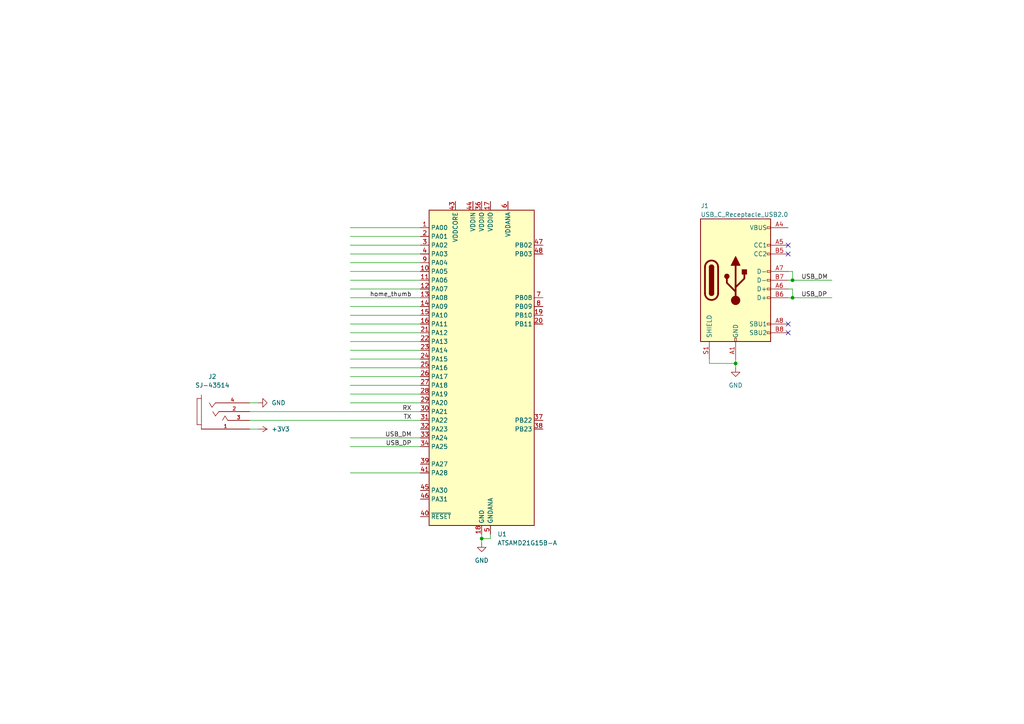
<source format=kicad_sch>
(kicad_sch (version 20211123) (generator eeschema)

  (uuid 9538e4ed-27e6-4c37-b989-9859dc0d49e8)

  (paper "A4")

  (lib_symbols
    (symbol "Connector:USB_C_Receptacle_USB2.0" (pin_names (offset 1.016)) (in_bom yes) (on_board yes)
      (property "Reference" "J" (id 0) (at -10.16 19.05 0)
        (effects (font (size 1.27 1.27)) (justify left))
      )
      (property "Value" "USB_C_Receptacle_USB2.0" (id 1) (at 19.05 19.05 0)
        (effects (font (size 1.27 1.27)) (justify right))
      )
      (property "Footprint" "" (id 2) (at 3.81 0 0)
        (effects (font (size 1.27 1.27)) hide)
      )
      (property "Datasheet" "https://www.usb.org/sites/default/files/documents/usb_type-c.zip" (id 3) (at 3.81 0 0)
        (effects (font (size 1.27 1.27)) hide)
      )
      (property "ki_keywords" "usb universal serial bus type-C USB2.0" (id 4) (at 0 0 0)
        (effects (font (size 1.27 1.27)) hide)
      )
      (property "ki_description" "USB 2.0-only Type-C Receptacle connector" (id 5) (at 0 0 0)
        (effects (font (size 1.27 1.27)) hide)
      )
      (property "ki_fp_filters" "USB*C*Receptacle*" (id 6) (at 0 0 0)
        (effects (font (size 1.27 1.27)) hide)
      )
      (symbol "USB_C_Receptacle_USB2.0_0_0"
        (rectangle (start -0.254 -17.78) (end 0.254 -16.764)
          (stroke (width 0) (type default) (color 0 0 0 0))
          (fill (type none))
        )
        (rectangle (start 10.16 -14.986) (end 9.144 -15.494)
          (stroke (width 0) (type default) (color 0 0 0 0))
          (fill (type none))
        )
        (rectangle (start 10.16 -12.446) (end 9.144 -12.954)
          (stroke (width 0) (type default) (color 0 0 0 0))
          (fill (type none))
        )
        (rectangle (start 10.16 -4.826) (end 9.144 -5.334)
          (stroke (width 0) (type default) (color 0 0 0 0))
          (fill (type none))
        )
        (rectangle (start 10.16 -2.286) (end 9.144 -2.794)
          (stroke (width 0) (type default) (color 0 0 0 0))
          (fill (type none))
        )
        (rectangle (start 10.16 0.254) (end 9.144 -0.254)
          (stroke (width 0) (type default) (color 0 0 0 0))
          (fill (type none))
        )
        (rectangle (start 10.16 2.794) (end 9.144 2.286)
          (stroke (width 0) (type default) (color 0 0 0 0))
          (fill (type none))
        )
        (rectangle (start 10.16 7.874) (end 9.144 7.366)
          (stroke (width 0) (type default) (color 0 0 0 0))
          (fill (type none))
        )
        (rectangle (start 10.16 10.414) (end 9.144 9.906)
          (stroke (width 0) (type default) (color 0 0 0 0))
          (fill (type none))
        )
        (rectangle (start 10.16 15.494) (end 9.144 14.986)
          (stroke (width 0) (type default) (color 0 0 0 0))
          (fill (type none))
        )
      )
      (symbol "USB_C_Receptacle_USB2.0_0_1"
        (rectangle (start -10.16 17.78) (end 10.16 -17.78)
          (stroke (width 0.254) (type default) (color 0 0 0 0))
          (fill (type background))
        )
        (arc (start -8.89 -3.81) (mid -6.985 -5.715) (end -5.08 -3.81)
          (stroke (width 0.508) (type default) (color 0 0 0 0))
          (fill (type none))
        )
        (arc (start -7.62 -3.81) (mid -6.985 -4.445) (end -6.35 -3.81)
          (stroke (width 0.254) (type default) (color 0 0 0 0))
          (fill (type none))
        )
        (arc (start -7.62 -3.81) (mid -6.985 -4.445) (end -6.35 -3.81)
          (stroke (width 0.254) (type default) (color 0 0 0 0))
          (fill (type outline))
        )
        (rectangle (start -7.62 -3.81) (end -6.35 3.81)
          (stroke (width 0.254) (type default) (color 0 0 0 0))
          (fill (type outline))
        )
        (arc (start -6.35 3.81) (mid -6.985 4.445) (end -7.62 3.81)
          (stroke (width 0.254) (type default) (color 0 0 0 0))
          (fill (type none))
        )
        (arc (start -6.35 3.81) (mid -6.985 4.445) (end -7.62 3.81)
          (stroke (width 0.254) (type default) (color 0 0 0 0))
          (fill (type outline))
        )
        (arc (start -5.08 3.81) (mid -6.985 5.715) (end -8.89 3.81)
          (stroke (width 0.508) (type default) (color 0 0 0 0))
          (fill (type none))
        )
        (circle (center -2.54 1.143) (radius 0.635)
          (stroke (width 0.254) (type default) (color 0 0 0 0))
          (fill (type outline))
        )
        (circle (center 0 -5.842) (radius 1.27)
          (stroke (width 0) (type default) (color 0 0 0 0))
          (fill (type outline))
        )
        (polyline
          (pts
            (xy -8.89 -3.81)
            (xy -8.89 3.81)
          )
          (stroke (width 0.508) (type default) (color 0 0 0 0))
          (fill (type none))
        )
        (polyline
          (pts
            (xy -5.08 3.81)
            (xy -5.08 -3.81)
          )
          (stroke (width 0.508) (type default) (color 0 0 0 0))
          (fill (type none))
        )
        (polyline
          (pts
            (xy 0 -5.842)
            (xy 0 4.318)
          )
          (stroke (width 0.508) (type default) (color 0 0 0 0))
          (fill (type none))
        )
        (polyline
          (pts
            (xy 0 -3.302)
            (xy -2.54 -0.762)
            (xy -2.54 0.508)
          )
          (stroke (width 0.508) (type default) (color 0 0 0 0))
          (fill (type none))
        )
        (polyline
          (pts
            (xy 0 -2.032)
            (xy 2.54 0.508)
            (xy 2.54 1.778)
          )
          (stroke (width 0.508) (type default) (color 0 0 0 0))
          (fill (type none))
        )
        (polyline
          (pts
            (xy -1.27 4.318)
            (xy 0 6.858)
            (xy 1.27 4.318)
            (xy -1.27 4.318)
          )
          (stroke (width 0.254) (type default) (color 0 0 0 0))
          (fill (type outline))
        )
        (rectangle (start 1.905 1.778) (end 3.175 3.048)
          (stroke (width 0.254) (type default) (color 0 0 0 0))
          (fill (type outline))
        )
      )
      (symbol "USB_C_Receptacle_USB2.0_1_1"
        (pin passive line (at 0 -22.86 90) (length 5.08)
          (name "GND" (effects (font (size 1.27 1.27))))
          (number "A1" (effects (font (size 1.27 1.27))))
        )
        (pin passive line (at 0 -22.86 90) (length 5.08) hide
          (name "GND" (effects (font (size 1.27 1.27))))
          (number "A12" (effects (font (size 1.27 1.27))))
        )
        (pin passive line (at 15.24 15.24 180) (length 5.08)
          (name "VBUS" (effects (font (size 1.27 1.27))))
          (number "A4" (effects (font (size 1.27 1.27))))
        )
        (pin bidirectional line (at 15.24 10.16 180) (length 5.08)
          (name "CC1" (effects (font (size 1.27 1.27))))
          (number "A5" (effects (font (size 1.27 1.27))))
        )
        (pin bidirectional line (at 15.24 -2.54 180) (length 5.08)
          (name "D+" (effects (font (size 1.27 1.27))))
          (number "A6" (effects (font (size 1.27 1.27))))
        )
        (pin bidirectional line (at 15.24 2.54 180) (length 5.08)
          (name "D-" (effects (font (size 1.27 1.27))))
          (number "A7" (effects (font (size 1.27 1.27))))
        )
        (pin bidirectional line (at 15.24 -12.7 180) (length 5.08)
          (name "SBU1" (effects (font (size 1.27 1.27))))
          (number "A8" (effects (font (size 1.27 1.27))))
        )
        (pin passive line (at 15.24 15.24 180) (length 5.08) hide
          (name "VBUS" (effects (font (size 1.27 1.27))))
          (number "A9" (effects (font (size 1.27 1.27))))
        )
        (pin passive line (at 0 -22.86 90) (length 5.08) hide
          (name "GND" (effects (font (size 1.27 1.27))))
          (number "B1" (effects (font (size 1.27 1.27))))
        )
        (pin passive line (at 0 -22.86 90) (length 5.08) hide
          (name "GND" (effects (font (size 1.27 1.27))))
          (number "B12" (effects (font (size 1.27 1.27))))
        )
        (pin passive line (at 15.24 15.24 180) (length 5.08) hide
          (name "VBUS" (effects (font (size 1.27 1.27))))
          (number "B4" (effects (font (size 1.27 1.27))))
        )
        (pin bidirectional line (at 15.24 7.62 180) (length 5.08)
          (name "CC2" (effects (font (size 1.27 1.27))))
          (number "B5" (effects (font (size 1.27 1.27))))
        )
        (pin bidirectional line (at 15.24 -5.08 180) (length 5.08)
          (name "D+" (effects (font (size 1.27 1.27))))
          (number "B6" (effects (font (size 1.27 1.27))))
        )
        (pin bidirectional line (at 15.24 0 180) (length 5.08)
          (name "D-" (effects (font (size 1.27 1.27))))
          (number "B7" (effects (font (size 1.27 1.27))))
        )
        (pin bidirectional line (at 15.24 -15.24 180) (length 5.08)
          (name "SBU2" (effects (font (size 1.27 1.27))))
          (number "B8" (effects (font (size 1.27 1.27))))
        )
        (pin passive line (at 15.24 15.24 180) (length 5.08) hide
          (name "VBUS" (effects (font (size 1.27 1.27))))
          (number "B9" (effects (font (size 1.27 1.27))))
        )
        (pin passive line (at -7.62 -22.86 90) (length 5.08)
          (name "SHIELD" (effects (font (size 1.27 1.27))))
          (number "S1" (effects (font (size 1.27 1.27))))
        )
      )
    )
    (symbol "MCU_Microchip_SAMD:ATSAMD21G15B-A" (in_bom yes) (on_board yes)
      (property "Reference" "U" (id 0) (at -13.97 46.99 0)
        (effects (font (size 1.27 1.27)))
      )
      (property "Value" "ATSAMD21G15B-A" (id 1) (at 16.51 46.99 0)
        (effects (font (size 1.27 1.27)))
      )
      (property "Footprint" "Package_QFP:TQFP-48_7x7mm_P0.5mm" (id 2) (at 22.86 -46.99 0)
        (effects (font (size 1.27 1.27)) hide)
      )
      (property "Datasheet" "http://ww1.microchip.com/downloads/en/DeviceDoc/SAM_D21_DA1_Family_Data%20Sheet_DS40001882E.pdf" (id 3) (at 0 25.4 0)
        (effects (font (size 1.27 1.27)) hide)
      )
      (property "ki_keywords" "32-bit ARM Cortex-M0+ MCU Microcontroller" (id 4) (at 0 0 0)
        (effects (font (size 1.27 1.27)) hide)
      )
      (property "ki_description" "SAM D21 Microchip SMART ARM-based Flash MCU, 48Mhz, 32K Flash w/ 1K RWW, 4K SRAM, TQFP-48" (id 5) (at 0 0 0)
        (effects (font (size 1.27 1.27)) hide)
      )
      (property "ki_fp_filters" "TQFP*7x7mm*P0.5mm*" (id 6) (at 0 0 0)
        (effects (font (size 1.27 1.27)) hide)
      )
      (symbol "ATSAMD21G15B-A_0_1"
        (rectangle (start -15.24 45.72) (end 15.24 -45.72)
          (stroke (width 0.254) (type default) (color 0 0 0 0))
          (fill (type background))
        )
      )
      (symbol "ATSAMD21G15B-A_1_1"
        (pin bidirectional line (at -17.78 40.64 0) (length 2.54)
          (name "PA00" (effects (font (size 1.27 1.27))))
          (number "1" (effects (font (size 1.27 1.27))))
        )
        (pin bidirectional line (at -17.78 27.94 0) (length 2.54)
          (name "PA05" (effects (font (size 1.27 1.27))))
          (number "10" (effects (font (size 1.27 1.27))))
        )
        (pin bidirectional line (at -17.78 25.4 0) (length 2.54)
          (name "PA06" (effects (font (size 1.27 1.27))))
          (number "11" (effects (font (size 1.27 1.27))))
        )
        (pin bidirectional line (at -17.78 22.86 0) (length 2.54)
          (name "PA07" (effects (font (size 1.27 1.27))))
          (number "12" (effects (font (size 1.27 1.27))))
        )
        (pin bidirectional line (at -17.78 20.32 0) (length 2.54)
          (name "PA08" (effects (font (size 1.27 1.27))))
          (number "13" (effects (font (size 1.27 1.27))))
        )
        (pin bidirectional line (at -17.78 17.78 0) (length 2.54)
          (name "PA09" (effects (font (size 1.27 1.27))))
          (number "14" (effects (font (size 1.27 1.27))))
        )
        (pin bidirectional line (at -17.78 15.24 0) (length 2.54)
          (name "PA10" (effects (font (size 1.27 1.27))))
          (number "15" (effects (font (size 1.27 1.27))))
        )
        (pin bidirectional line (at -17.78 12.7 0) (length 2.54)
          (name "PA11" (effects (font (size 1.27 1.27))))
          (number "16" (effects (font (size 1.27 1.27))))
        )
        (pin power_in line (at 2.54 48.26 270) (length 2.54)
          (name "VDDIO" (effects (font (size 1.27 1.27))))
          (number "17" (effects (font (size 1.27 1.27))))
        )
        (pin power_in line (at 0 -48.26 90) (length 2.54)
          (name "GND" (effects (font (size 1.27 1.27))))
          (number "18" (effects (font (size 1.27 1.27))))
        )
        (pin bidirectional line (at 17.78 15.24 180) (length 2.54)
          (name "PB10" (effects (font (size 1.27 1.27))))
          (number "19" (effects (font (size 1.27 1.27))))
        )
        (pin bidirectional line (at -17.78 38.1 0) (length 2.54)
          (name "PA01" (effects (font (size 1.27 1.27))))
          (number "2" (effects (font (size 1.27 1.27))))
        )
        (pin bidirectional line (at 17.78 12.7 180) (length 2.54)
          (name "PB11" (effects (font (size 1.27 1.27))))
          (number "20" (effects (font (size 1.27 1.27))))
        )
        (pin bidirectional line (at -17.78 10.16 0) (length 2.54)
          (name "PA12" (effects (font (size 1.27 1.27))))
          (number "21" (effects (font (size 1.27 1.27))))
        )
        (pin bidirectional line (at -17.78 7.62 0) (length 2.54)
          (name "PA13" (effects (font (size 1.27 1.27))))
          (number "22" (effects (font (size 1.27 1.27))))
        )
        (pin bidirectional line (at -17.78 5.08 0) (length 2.54)
          (name "PA14" (effects (font (size 1.27 1.27))))
          (number "23" (effects (font (size 1.27 1.27))))
        )
        (pin bidirectional line (at -17.78 2.54 0) (length 2.54)
          (name "PA15" (effects (font (size 1.27 1.27))))
          (number "24" (effects (font (size 1.27 1.27))))
        )
        (pin bidirectional line (at -17.78 0 0) (length 2.54)
          (name "PA16" (effects (font (size 1.27 1.27))))
          (number "25" (effects (font (size 1.27 1.27))))
        )
        (pin bidirectional line (at -17.78 -2.54 0) (length 2.54)
          (name "PA17" (effects (font (size 1.27 1.27))))
          (number "26" (effects (font (size 1.27 1.27))))
        )
        (pin bidirectional line (at -17.78 -5.08 0) (length 2.54)
          (name "PA18" (effects (font (size 1.27 1.27))))
          (number "27" (effects (font (size 1.27 1.27))))
        )
        (pin bidirectional line (at -17.78 -7.62 0) (length 2.54)
          (name "PA19" (effects (font (size 1.27 1.27))))
          (number "28" (effects (font (size 1.27 1.27))))
        )
        (pin bidirectional line (at -17.78 -10.16 0) (length 2.54)
          (name "PA20" (effects (font (size 1.27 1.27))))
          (number "29" (effects (font (size 1.27 1.27))))
        )
        (pin bidirectional line (at -17.78 35.56 0) (length 2.54)
          (name "PA02" (effects (font (size 1.27 1.27))))
          (number "3" (effects (font (size 1.27 1.27))))
        )
        (pin bidirectional line (at -17.78 -12.7 0) (length 2.54)
          (name "PA21" (effects (font (size 1.27 1.27))))
          (number "30" (effects (font (size 1.27 1.27))))
        )
        (pin bidirectional line (at -17.78 -15.24 0) (length 2.54)
          (name "PA22" (effects (font (size 1.27 1.27))))
          (number "31" (effects (font (size 1.27 1.27))))
        )
        (pin bidirectional line (at -17.78 -17.78 0) (length 2.54)
          (name "PA23" (effects (font (size 1.27 1.27))))
          (number "32" (effects (font (size 1.27 1.27))))
        )
        (pin bidirectional line (at -17.78 -20.32 0) (length 2.54)
          (name "PA24" (effects (font (size 1.27 1.27))))
          (number "33" (effects (font (size 1.27 1.27))))
        )
        (pin bidirectional line (at -17.78 -22.86 0) (length 2.54)
          (name "PA25" (effects (font (size 1.27 1.27))))
          (number "34" (effects (font (size 1.27 1.27))))
        )
        (pin passive line (at 0 -48.26 90) (length 2.54) hide
          (name "GND" (effects (font (size 1.27 1.27))))
          (number "35" (effects (font (size 1.27 1.27))))
        )
        (pin power_in line (at 0 48.26 270) (length 2.54)
          (name "VDDIO" (effects (font (size 1.27 1.27))))
          (number "36" (effects (font (size 1.27 1.27))))
        )
        (pin bidirectional line (at 17.78 -15.24 180) (length 2.54)
          (name "PB22" (effects (font (size 1.27 1.27))))
          (number "37" (effects (font (size 1.27 1.27))))
        )
        (pin bidirectional line (at 17.78 -17.78 180) (length 2.54)
          (name "PB23" (effects (font (size 1.27 1.27))))
          (number "38" (effects (font (size 1.27 1.27))))
        )
        (pin bidirectional line (at -17.78 -27.94 0) (length 2.54)
          (name "PA27" (effects (font (size 1.27 1.27))))
          (number "39" (effects (font (size 1.27 1.27))))
        )
        (pin bidirectional line (at -17.78 33.02 0) (length 2.54)
          (name "PA03" (effects (font (size 1.27 1.27))))
          (number "4" (effects (font (size 1.27 1.27))))
        )
        (pin input line (at -17.78 -43.18 0) (length 2.54)
          (name "~{RESET}" (effects (font (size 1.27 1.27))))
          (number "40" (effects (font (size 1.27 1.27))))
        )
        (pin bidirectional line (at -17.78 -30.48 0) (length 2.54)
          (name "PA28" (effects (font (size 1.27 1.27))))
          (number "41" (effects (font (size 1.27 1.27))))
        )
        (pin passive line (at 0 -48.26 90) (length 2.54) hide
          (name "GND" (effects (font (size 1.27 1.27))))
          (number "42" (effects (font (size 1.27 1.27))))
        )
        (pin power_out line (at -7.62 48.26 270) (length 2.54)
          (name "VDDCORE" (effects (font (size 1.27 1.27))))
          (number "43" (effects (font (size 1.27 1.27))))
        )
        (pin power_in line (at -2.54 48.26 270) (length 2.54)
          (name "VDDIN" (effects (font (size 1.27 1.27))))
          (number "44" (effects (font (size 1.27 1.27))))
        )
        (pin bidirectional line (at -17.78 -35.56 0) (length 2.54)
          (name "PA30" (effects (font (size 1.27 1.27))))
          (number "45" (effects (font (size 1.27 1.27))))
        )
        (pin bidirectional line (at -17.78 -38.1 0) (length 2.54)
          (name "PA31" (effects (font (size 1.27 1.27))))
          (number "46" (effects (font (size 1.27 1.27))))
        )
        (pin bidirectional line (at 17.78 35.56 180) (length 2.54)
          (name "PB02" (effects (font (size 1.27 1.27))))
          (number "47" (effects (font (size 1.27 1.27))))
        )
        (pin bidirectional line (at 17.78 33.02 180) (length 2.54)
          (name "PB03" (effects (font (size 1.27 1.27))))
          (number "48" (effects (font (size 1.27 1.27))))
        )
        (pin power_in line (at 2.54 -48.26 90) (length 2.54)
          (name "GNDANA" (effects (font (size 1.27 1.27))))
          (number "5" (effects (font (size 1.27 1.27))))
        )
        (pin power_in line (at 7.62 48.26 270) (length 2.54)
          (name "VDDANA" (effects (font (size 1.27 1.27))))
          (number "6" (effects (font (size 1.27 1.27))))
        )
        (pin bidirectional line (at 17.78 20.32 180) (length 2.54)
          (name "PB08" (effects (font (size 1.27 1.27))))
          (number "7" (effects (font (size 1.27 1.27))))
        )
        (pin bidirectional line (at 17.78 17.78 180) (length 2.54)
          (name "PB09" (effects (font (size 1.27 1.27))))
          (number "8" (effects (font (size 1.27 1.27))))
        )
        (pin bidirectional line (at -17.78 30.48 0) (length 2.54)
          (name "PA04" (effects (font (size 1.27 1.27))))
          (number "9" (effects (font (size 1.27 1.27))))
        )
      )
    )
    (symbol "eec:SJ-43514" (pin_names (offset 0)) (in_bom yes) (on_board yes)
      (property "Reference" "J" (id 0) (at 0 5.08 0)
        (effects (font (size 1.27 1.27)) (justify left))
      )
      (property "Value" "SJ-43514" (id 1) (at 0 7.62 0)
        (effects (font (size 1.27 1.27)) (justify left))
      )
      (property "Footprint" "CUI-SJ-43514-*" (id 2) (at 0 10.16 0)
        (effects (font (size 1.27 1.27)) (justify left) hide)
      )
      (property "Datasheet" "https://upverter.com/datasheet/d56e76d76d7dc19eaf6077959b307d240769da14.pdf" (id 3) (at 0 12.7 0)
        (effects (font (size 1.27 1.27)) (justify left) hide)
      )
      (property "category" "Conn" (id 4) (at 0 15.24 0)
        (effects (font (size 1.27 1.27)) (justify left) hide)
      )
      (property "category 87bb4ab1b7f95c7c" "Audio Cables" (id 5) (at 0 17.78 0)
        (effects (font (size 1.27 1.27)) (justify left) hide)
      )
      (property "category b7007a0a874f6cc7" "Cables and Wire" (id 6) (at 0 20.32 0)
        (effects (font (size 1.27 1.27)) (justify left) hide)
      )
      (property "category fd96309ccde32651" "Cable Assemblies and Patch Cords" (id 7) (at 0 22.86 0)
        (effects (font (size 1.27 1.27)) (justify left) hide)
      )
      (property "digikey description" "CONN JACK 4COND 3.5MM R/A" (id 8) (at 0 25.4 0)
        (effects (font (size 1.27 1.27)) (justify left) hide)
      )
      (property "digikey part number" "CP-43514-ND" (id 9) (at 0 27.94 0)
        (effects (font (size 1.27 1.27)) (justify left) hide)
      )
      (property "lead free" "yes" (id 10) (at 0 30.48 0)
        (effects (font (size 1.27 1.27)) (justify left) hide)
      )
      (property "library id" "912d6c46ddf0da3b" (id 11) (at 0 33.02 0)
        (effects (font (size 1.27 1.27)) (justify left) hide)
      )
      (property "manufacturer" "CUI" (id 12) (at 0 35.56 0)
        (effects (font (size 1.27 1.27)) (justify left) hide)
      )
      (property "mounting type" "through hole" (id 13) (at 0 38.1 0)
        (effects (font (size 1.27 1.27)) (justify left) hide)
      )
      (property "mouser part number" "490-SJ-43514" (id 14) (at 0 40.64 0)
        (effects (font (size 1.27 1.27)) (justify left) hide)
      )
      (property "num pins" "4" (id 15) (at 0 43.18 0)
        (effects (font (size 1.27 1.27)) (justify left) hide)
      )
      (property "octopart part number" "fbbe32b7b48b2479" (id 16) (at 0 45.72 0)
        (effects (font (size 1.27 1.27)) (justify left) hide)
      )
      (property "package" "CONNECTOR" (id 17) (at 0 48.26 0)
        (effects (font (size 1.27 1.27)) (justify left) hide)
      )
      (property "rohs" "yes" (id 18) (at 0 50.8 0)
        (effects (font (size 1.27 1.27)) (justify left) hide)
      )
      (property "temperature range high" "+85°C" (id 19) (at 0 53.34 0)
        (effects (font (size 1.27 1.27)) (justify left) hide)
      )
      (property "temperature range low" "-25°C" (id 20) (at 0 55.88 0)
        (effects (font (size 1.27 1.27)) (justify left) hide)
      )
      (property "voltage" "" (id 21) (at 0 58.42 0)
        (effects (font (size 1.27 1.27)) (justify left) hide)
      )
      (property "color" "Black" (id 22) (at 0 60.96 0)
        (effects (font (size 1.27 1.27)) (justify left) hide)
      )
      (property "gender" "Female" (id 23) (at 0 63.5 0)
        (effects (font (size 1.27 1.27)) (justify left) hide)
      )
      (property "lifecycle status" "Active" (id 24) (at 0 66.04 0)
        (effects (font (size 1.27 1.27)) (justify left) hide)
      )
      (property "mounting angle" "90 °" (id 25) (at 0 68.58 0)
        (effects (font (size 1.27 1.27)) (justify left) hide)
      )
      (property "size diameter" "3.5 mm" (id 26) (at 0 71.12 0)
        (effects (font (size 1.27 1.27)) (justify left) hide)
      )
      (property "ki_locked" "" (id 27) (at 0 0 0)
        (effects (font (size 1.27 1.27)))
      )
      (property "ki_description" "SJ-43514" (id 28) (at 0 0 0)
        (effects (font (size 1.27 1.27)) hide)
      )
      (symbol "SJ-43514_1_1"
        (polyline
          (pts
            (xy -17.78 -6.35)
            (xy -16.51 -6.35)
          )
          (stroke (width 0) (type default) (color 0 0 0 0))
          (fill (type none))
        )
        (polyline
          (pts
            (xy -17.78 1.27)
            (xy -17.78 -6.35)
          )
          (stroke (width 0) (type default) (color 0 0 0 0))
          (fill (type none))
        )
        (polyline
          (pts
            (xy -16.51 1.27)
            (xy -17.78 1.27)
          )
          (stroke (width 0) (type default) (color 0 0 0 0))
          (fill (type none))
        )
        (polyline
          (pts
            (xy -16.51 2.286)
            (xy -16.51 -7.62)
          )
          (stroke (width 0) (type default) (color 0 0 0 0))
          (fill (type none))
        )
        (polyline
          (pts
            (xy -14.224 0)
            (xy -13.462 -1.27)
          )
          (stroke (width 0) (type default) (color 0 0 0 0))
          (fill (type none))
        )
        (polyline
          (pts
            (xy -13.462 -1.27)
            (xy -12.446 0)
          )
          (stroke (width 0) (type default) (color 0 0 0 0))
          (fill (type none))
        )
        (polyline
          (pts
            (xy -12.446 -3.81)
            (xy -13.208 -2.54)
          )
          (stroke (width 0) (type default) (color 0 0 0 0))
          (fill (type none))
        )
        (polyline
          (pts
            (xy -11.43 -2.54)
            (xy -12.446 -3.81)
          )
          (stroke (width 0) (type default) (color 0 0 0 0))
          (fill (type none))
        )
        (polyline
          (pts
            (xy -10.414 -5.08)
            (xy -9.652 -3.81)
          )
          (stroke (width 0) (type default) (color 0 0 0 0))
          (fill (type none))
        )
        (polyline
          (pts
            (xy -9.652 -3.81)
            (xy -8.89 -5.08)
          )
          (stroke (width 0) (type default) (color 0 0 0 0))
          (fill (type none))
        )
        (pin unspecified line (at -2.54 -7.62 180) (length 13.97)
          (name "Sleeve" (effects (font (size 0 0))))
          (number "1" (effects (font (size 1.016 1.016))))
        )
        (pin unspecified line (at -2.54 -2.54 180) (length 8.89)
          (name "Tip" (effects (font (size 0 0))))
          (number "2" (effects (font (size 1.016 1.016))))
        )
        (pin unspecified line (at -2.54 -5.08 180) (length 6.35)
          (name "Ring1" (effects (font (size 0 0))))
          (number "3" (effects (font (size 1.016 1.016))))
        )
        (pin unspecified line (at -2.54 0 180) (length 9.906)
          (name "Ring2" (effects (font (size 0 0))))
          (number "4" (effects (font (size 1.016 1.016))))
        )
      )
    )
    (symbol "power:+3V3" (power) (pin_names (offset 0)) (in_bom yes) (on_board yes)
      (property "Reference" "#PWR" (id 0) (at 0 -3.81 0)
        (effects (font (size 1.27 1.27)) hide)
      )
      (property "Value" "+3V3" (id 1) (at 0 3.556 0)
        (effects (font (size 1.27 1.27)))
      )
      (property "Footprint" "" (id 2) (at 0 0 0)
        (effects (font (size 1.27 1.27)) hide)
      )
      (property "Datasheet" "" (id 3) (at 0 0 0)
        (effects (font (size 1.27 1.27)) hide)
      )
      (property "ki_keywords" "power-flag" (id 4) (at 0 0 0)
        (effects (font (size 1.27 1.27)) hide)
      )
      (property "ki_description" "Power symbol creates a global label with name \"+3V3\"" (id 5) (at 0 0 0)
        (effects (font (size 1.27 1.27)) hide)
      )
      (symbol "+3V3_0_1"
        (polyline
          (pts
            (xy -0.762 1.27)
            (xy 0 2.54)
          )
          (stroke (width 0) (type default) (color 0 0 0 0))
          (fill (type none))
        )
        (polyline
          (pts
            (xy 0 0)
            (xy 0 2.54)
          )
          (stroke (width 0) (type default) (color 0 0 0 0))
          (fill (type none))
        )
        (polyline
          (pts
            (xy 0 2.54)
            (xy 0.762 1.27)
          )
          (stroke (width 0) (type default) (color 0 0 0 0))
          (fill (type none))
        )
      )
      (symbol "+3V3_1_1"
        (pin power_in line (at 0 0 90) (length 0) hide
          (name "+3V3" (effects (font (size 1.27 1.27))))
          (number "1" (effects (font (size 1.27 1.27))))
        )
      )
    )
    (symbol "power:GND" (power) (pin_names (offset 0)) (in_bom yes) (on_board yes)
      (property "Reference" "#PWR" (id 0) (at 0 -6.35 0)
        (effects (font (size 1.27 1.27)) hide)
      )
      (property "Value" "GND" (id 1) (at 0 -3.81 0)
        (effects (font (size 1.27 1.27)))
      )
      (property "Footprint" "" (id 2) (at 0 0 0)
        (effects (font (size 1.27 1.27)) hide)
      )
      (property "Datasheet" "" (id 3) (at 0 0 0)
        (effects (font (size 1.27 1.27)) hide)
      )
      (property "ki_keywords" "power-flag" (id 4) (at 0 0 0)
        (effects (font (size 1.27 1.27)) hide)
      )
      (property "ki_description" "Power symbol creates a global label with name \"GND\" , ground" (id 5) (at 0 0 0)
        (effects (font (size 1.27 1.27)) hide)
      )
      (symbol "GND_0_1"
        (polyline
          (pts
            (xy 0 0)
            (xy 0 -1.27)
            (xy 1.27 -1.27)
            (xy 0 -2.54)
            (xy -1.27 -1.27)
            (xy 0 -1.27)
          )
          (stroke (width 0) (type default) (color 0 0 0 0))
          (fill (type none))
        )
      )
      (symbol "GND_1_1"
        (pin power_in line (at 0 0 270) (length 0) hide
          (name "GND" (effects (font (size 1.27 1.27))))
          (number "1" (effects (font (size 1.27 1.27))))
        )
      )
    )
  )

  (junction (at 139.7 156.21) (diameter 0) (color 0 0 0 0)
    (uuid 02b7b349-66c5-48c5-9dff-d4bd2ab5754e)
  )
  (junction (at 213.36 105.41) (diameter 0) (color 0 0 0 0)
    (uuid 510b530c-179f-46b6-b394-3973f05beeb8)
  )
  (junction (at 229.87 81.28) (diameter 0) (color 0 0 0 0)
    (uuid e3908dcc-3f8b-49da-b3f2-97b30989e112)
  )
  (junction (at 229.87 86.36) (diameter 0) (color 0 0 0 0)
    (uuid f08c425a-47bc-4e30-b15b-1ee7abc73525)
  )

  (no_connect (at 228.6 96.52) (uuid 4bd2c704-d393-48b5-ab40-59852bf76fa3))
  (no_connect (at 228.6 93.98) (uuid 4bd2c704-d393-48b5-ab40-59852bf76fa4))
  (no_connect (at 228.6 73.66) (uuid 4bd2c704-d393-48b5-ab40-59852bf76fa5))
  (no_connect (at 228.6 71.12) (uuid 4bd2c704-d393-48b5-ab40-59852bf76fa6))

  (wire (pts (xy 101.6 68.58) (xy 121.92 68.58))
    (stroke (width 0) (type default) (color 0 0 0 0))
    (uuid 01577f49-9380-424a-92d8-46ecf0d793a2)
  )
  (wire (pts (xy 229.87 83.82) (xy 229.87 86.36))
    (stroke (width 0) (type default) (color 0 0 0 0))
    (uuid 0261e39d-2f0e-470d-ab8f-d2f0938c3445)
  )
  (wire (pts (xy 101.6 99.06) (xy 121.92 99.06))
    (stroke (width 0) (type default) (color 0 0 0 0))
    (uuid 028ab2b6-c75f-4d8a-a0ef-c18fdda91dbd)
  )
  (wire (pts (xy 101.6 78.74) (xy 121.92 78.74))
    (stroke (width 0) (type default) (color 0 0 0 0))
    (uuid 02daa624-04c6-4dee-9bba-d55888b101fe)
  )
  (wire (pts (xy 101.6 83.82) (xy 121.92 83.82))
    (stroke (width 0) (type default) (color 0 0 0 0))
    (uuid 06cffb88-d8e8-4504-a158-e535ebcc63d9)
  )
  (wire (pts (xy 101.6 127) (xy 121.92 127))
    (stroke (width 0) (type default) (color 0 0 0 0))
    (uuid 0736e514-3ee6-40b5-8d77-810456ac9d56)
  )
  (wire (pts (xy 213.36 105.41) (xy 205.74 105.41))
    (stroke (width 0) (type default) (color 0 0 0 0))
    (uuid 14d76645-7028-437e-a0a7-52341c5b26c9)
  )
  (wire (pts (xy 101.6 86.36) (xy 121.92 86.36))
    (stroke (width 0) (type default) (color 0 0 0 0))
    (uuid 17cf5547-5d0e-4ded-ad49-3d167d7f56e0)
  )
  (wire (pts (xy 229.87 78.74) (xy 229.87 81.28))
    (stroke (width 0) (type default) (color 0 0 0 0))
    (uuid 27fd0264-a339-4eae-aceb-15f76538e2ce)
  )
  (wire (pts (xy 101.6 81.28) (xy 121.92 81.28))
    (stroke (width 0) (type default) (color 0 0 0 0))
    (uuid 29e8aabd-f010-42ac-a76f-1813717d1bd2)
  )
  (wire (pts (xy 101.6 73.66) (xy 121.92 73.66))
    (stroke (width 0) (type default) (color 0 0 0 0))
    (uuid 2ac6c1cf-6e96-4145-9e24-e5a4d033001d)
  )
  (wire (pts (xy 205.74 105.41) (xy 205.74 104.14))
    (stroke (width 0) (type default) (color 0 0 0 0))
    (uuid 2ba12e48-5998-4042-8014-8b69aadc58f5)
  )
  (wire (pts (xy 101.6 88.9) (xy 121.92 88.9))
    (stroke (width 0) (type default) (color 0 0 0 0))
    (uuid 2e1f478b-10e1-47e2-83d3-41d51beebecc)
  )
  (wire (pts (xy 101.6 106.68) (xy 121.92 106.68))
    (stroke (width 0) (type default) (color 0 0 0 0))
    (uuid 3ecd5e71-045c-45dd-959d-3e97c8e33089)
  )
  (wire (pts (xy 72.39 121.92) (xy 121.92 121.92))
    (stroke (width 0) (type default) (color 0 0 0 0))
    (uuid 43cfb8fd-8455-45c8-8b72-d7070ac63b03)
  )
  (wire (pts (xy 101.6 96.52) (xy 121.92 96.52))
    (stroke (width 0) (type default) (color 0 0 0 0))
    (uuid 44826a5e-f8c7-4a28-91f8-bc9832d6d1a3)
  )
  (wire (pts (xy 142.24 154.94) (xy 142.24 156.21))
    (stroke (width 0) (type default) (color 0 0 0 0))
    (uuid 4fdb285e-eeb6-4771-90b6-c7689b4ef4bc)
  )
  (wire (pts (xy 101.6 66.04) (xy 121.92 66.04))
    (stroke (width 0) (type default) (color 0 0 0 0))
    (uuid 579ce73e-9f61-489d-a4bb-eca97da37d87)
  )
  (wire (pts (xy 213.36 104.14) (xy 213.36 105.41))
    (stroke (width 0) (type default) (color 0 0 0 0))
    (uuid 5c45aa98-9c52-4317-8abd-edc632ffec6c)
  )
  (wire (pts (xy 228.6 78.74) (xy 229.87 78.74))
    (stroke (width 0) (type default) (color 0 0 0 0))
    (uuid 5f6636ed-9d5a-4480-afdf-2507de5cb1e9)
  )
  (wire (pts (xy 228.6 86.36) (xy 229.87 86.36))
    (stroke (width 0) (type default) (color 0 0 0 0))
    (uuid 6130e912-9b3b-4781-8022-923f0189e83b)
  )
  (wire (pts (xy 229.87 86.36) (xy 241.3 86.36))
    (stroke (width 0) (type default) (color 0 0 0 0))
    (uuid 671e7807-4841-4a95-b082-6a846a59962d)
  )
  (wire (pts (xy 101.6 104.14) (xy 121.92 104.14))
    (stroke (width 0) (type default) (color 0 0 0 0))
    (uuid 67696688-aeb4-4c05-bfdd-17ff57e0fa8a)
  )
  (wire (pts (xy 101.6 137.16) (xy 121.92 137.16))
    (stroke (width 0) (type default) (color 0 0 0 0))
    (uuid 68228e3a-f99c-4117-860d-ecaf773e582f)
  )
  (wire (pts (xy 101.6 114.3) (xy 121.92 114.3))
    (stroke (width 0) (type default) (color 0 0 0 0))
    (uuid 6ac1247c-3cdb-49fc-9243-8937645c77bf)
  )
  (wire (pts (xy 229.87 81.28) (xy 241.3 81.28))
    (stroke (width 0) (type default) (color 0 0 0 0))
    (uuid 746d9480-cc8a-4cbb-9fff-a74282e77e06)
  )
  (wire (pts (xy 139.7 154.94) (xy 139.7 156.21))
    (stroke (width 0) (type default) (color 0 0 0 0))
    (uuid 770267bd-6b08-4ce9-9859-255364603a92)
  )
  (wire (pts (xy 101.6 101.6) (xy 121.92 101.6))
    (stroke (width 0) (type default) (color 0 0 0 0))
    (uuid 88fc68b9-a2a7-4813-933b-3a5fa3fd7c66)
  )
  (wire (pts (xy 101.6 91.44) (xy 121.92 91.44))
    (stroke (width 0) (type default) (color 0 0 0 0))
    (uuid 9706c52b-d62a-4513-a9c3-c81b8b7b6f96)
  )
  (wire (pts (xy 72.39 124.46) (xy 74.93 124.46))
    (stroke (width 0) (type default) (color 0 0 0 0))
    (uuid 97258f25-ddbf-442d-9d8f-9bf2174c9371)
  )
  (wire (pts (xy 72.39 116.84) (xy 74.93 116.84))
    (stroke (width 0) (type default) (color 0 0 0 0))
    (uuid 99beec15-4d21-4f3c-ab61-91f24054ccd6)
  )
  (wire (pts (xy 101.6 71.12) (xy 121.92 71.12))
    (stroke (width 0) (type default) (color 0 0 0 0))
    (uuid 9f6ac96e-cad3-4610-963e-ea794c8c1a33)
  )
  (wire (pts (xy 228.6 81.28) (xy 229.87 81.28))
    (stroke (width 0) (type default) (color 0 0 0 0))
    (uuid 9fc83a26-5c42-498f-9a6a-11a2b511d7c9)
  )
  (wire (pts (xy 101.6 111.76) (xy 121.92 111.76))
    (stroke (width 0) (type default) (color 0 0 0 0))
    (uuid a0c988da-f71e-4856-a0c0-9b616ec7d814)
  )
  (wire (pts (xy 101.6 109.22) (xy 121.92 109.22))
    (stroke (width 0) (type default) (color 0 0 0 0))
    (uuid b37e53e6-881a-471f-9dd1-0c0512e2d41e)
  )
  (wire (pts (xy 72.39 119.38) (xy 121.92 119.38))
    (stroke (width 0) (type default) (color 0 0 0 0))
    (uuid ba79b74c-45ee-4689-8cd3-fa8c4d26b08f)
  )
  (wire (pts (xy 213.36 105.41) (xy 213.36 106.68))
    (stroke (width 0) (type default) (color 0 0 0 0))
    (uuid c0ea59d1-ba08-4f36-9901-7842bf66bb46)
  )
  (wire (pts (xy 101.6 76.2) (xy 121.92 76.2))
    (stroke (width 0) (type default) (color 0 0 0 0))
    (uuid c426240f-5803-4d46-85d9-bd5fb2aea293)
  )
  (wire (pts (xy 228.6 83.82) (xy 229.87 83.82))
    (stroke (width 0) (type default) (color 0 0 0 0))
    (uuid e11f9110-ac92-45e8-9763-6a8ef6ad5de2)
  )
  (wire (pts (xy 101.6 129.54) (xy 121.92 129.54))
    (stroke (width 0) (type default) (color 0 0 0 0))
    (uuid e484f0cd-fc1e-4257-b636-3e9516737ed7)
  )
  (wire (pts (xy 101.6 116.84) (xy 121.92 116.84))
    (stroke (width 0) (type default) (color 0 0 0 0))
    (uuid e53f76ec-84c1-41d1-9a71-60ef9bee1457)
  )
  (wire (pts (xy 139.7 156.21) (xy 142.24 156.21))
    (stroke (width 0) (type default) (color 0 0 0 0))
    (uuid f102e821-7127-4fff-ac26-eb6d03ccdf05)
  )
  (wire (pts (xy 101.6 93.98) (xy 121.92 93.98))
    (stroke (width 0) (type default) (color 0 0 0 0))
    (uuid fe96dd37-5a0e-4320-8cc8-d9c060e17dfd)
  )
  (wire (pts (xy 139.7 156.21) (xy 139.7 157.48))
    (stroke (width 0) (type default) (color 0 0 0 0))
    (uuid ff2b007a-1051-433e-89e1-2c6a6ce772b7)
  )

  (label "USB_DP" (at 119.3899 129.54 180)
    (effects (font (size 1.27 1.27)) (justify right bottom))
    (uuid 34f2a630-0948-4c98-817f-c76950676ecc)
  )
  (label "USB_DM" (at 119.3899 127 180)
    (effects (font (size 1.27 1.27)) (justify right bottom))
    (uuid 4f696190-4dd5-4abf-882f-9fc22ce21a7b)
  )
  (label "home_thumb" (at 119.38 86.36 180)
    (effects (font (size 1.27 1.27)) (justify right bottom))
    (uuid 5d3fe904-ae4f-4c3e-bc37-923e512c6c25)
  )
  (label "TX" (at 119.38 121.92 180)
    (effects (font (size 1.27 1.27)) (justify right bottom))
    (uuid 7ccba34f-4bcd-4aaf-a5ff-8608b3ef7a07)
  )
  (label "USB_DP" (at 232.41 86.36 0)
    (effects (font (size 1.27 1.27)) (justify left bottom))
    (uuid 8f5b5c4e-fc5a-4a31-92f4-e1b1aa3f4cf8)
  )
  (label "USB_DM" (at 232.41 81.28 0)
    (effects (font (size 1.27 1.27)) (justify left bottom))
    (uuid 9d70cbde-533f-497a-b32b-da1f74077f92)
  )
  (label "RX" (at 119.38 119.38 180)
    (effects (font (size 1.27 1.27)) (justify right bottom))
    (uuid fe65e801-0db8-4054-9759-1f6e95777636)
  )

  (symbol (lib_id "power:GND") (at 213.36 106.68 0) (unit 1)
    (in_bom yes) (on_board yes) (fields_autoplaced)
    (uuid 1e8fa04d-f88f-4e1d-b30b-1f58c5d366f8)
    (property "Reference" "#PWR0102" (id 0) (at 213.36 113.03 0)
      (effects (font (size 1.27 1.27)) hide)
    )
    (property "Value" "GND" (id 1) (at 213.36 111.76 0))
    (property "Footprint" "" (id 2) (at 213.36 106.68 0)
      (effects (font (size 1.27 1.27)) hide)
    )
    (property "Datasheet" "" (id 3) (at 213.36 106.68 0)
      (effects (font (size 1.27 1.27)) hide)
    )
    (pin "1" (uuid c2a9e1bb-0f9c-4b13-9b30-9e3c0bb14e22))
  )

  (symbol (lib_id "eec:SJ-43514") (at 74.93 116.84 0) (unit 1)
    (in_bom yes) (on_board yes) (fields_autoplaced)
    (uuid 3690ba7d-48b5-4827-9874-77d71d72d486)
    (property "Reference" "J2" (id 0) (at 61.595 109.22 0))
    (property "Value" "SJ-43514" (id 1) (at 61.595 111.76 0))
    (property "Footprint" "Conn_CUI_SJ-4351:CUI-SJ-43514-0" (id 2) (at 74.93 106.68 0)
      (effects (font (size 1.27 1.27)) (justify left) hide)
    )
    (property "Datasheet" "https://upverter.com/datasheet/d56e76d76d7dc19eaf6077959b307d240769da14.pdf" (id 3) (at 74.93 104.14 0)
      (effects (font (size 1.27 1.27)) (justify left) hide)
    )
    (property "category" "Conn" (id 4) (at 74.93 101.6 0)
      (effects (font (size 1.27 1.27)) (justify left) hide)
    )
    (property "category 87bb4ab1b7f95c7c" "Audio Cables" (id 5) (at 74.93 99.06 0)
      (effects (font (size 1.27 1.27)) (justify left) hide)
    )
    (property "category b7007a0a874f6cc7" "Cables and Wire" (id 6) (at 74.93 96.52 0)
      (effects (font (size 1.27 1.27)) (justify left) hide)
    )
    (property "category fd96309ccde32651" "Cable Assemblies and Patch Cords" (id 7) (at 74.93 93.98 0)
      (effects (font (size 1.27 1.27)) (justify left) hide)
    )
    (property "digikey description" "CONN JACK 4COND 3.5MM R/A" (id 8) (at 74.93 91.44 0)
      (effects (font (size 1.27 1.27)) (justify left) hide)
    )
    (property "digikey part number" "CP-43514-ND" (id 9) (at 74.93 88.9 0)
      (effects (font (size 1.27 1.27)) (justify left) hide)
    )
    (property "lead free" "yes" (id 10) (at 74.93 86.36 0)
      (effects (font (size 1.27 1.27)) (justify left) hide)
    )
    (property "library id" "912d6c46ddf0da3b" (id 11) (at 74.93 83.82 0)
      (effects (font (size 1.27 1.27)) (justify left) hide)
    )
    (property "manufacturer" "CUI" (id 12) (at 74.93 81.28 0)
      (effects (font (size 1.27 1.27)) (justify left) hide)
    )
    (property "mounting type" "through hole" (id 13) (at 74.93 78.74 0)
      (effects (font (size 1.27 1.27)) (justify left) hide)
    )
    (property "mouser part number" "490-SJ-43514" (id 14) (at 74.93 76.2 0)
      (effects (font (size 1.27 1.27)) (justify left) hide)
    )
    (property "num pins" "4" (id 15) (at 74.93 73.66 0)
      (effects (font (size 1.27 1.27)) (justify left) hide)
    )
    (property "octopart part number" "fbbe32b7b48b2479" (id 16) (at 74.93 71.12 0)
      (effects (font (size 1.27 1.27)) (justify left) hide)
    )
    (property "package" "CONNECTOR" (id 17) (at 74.93 68.58 0)
      (effects (font (size 1.27 1.27)) (justify left) hide)
    )
    (property "rohs" "yes" (id 18) (at 74.93 66.04 0)
      (effects (font (size 1.27 1.27)) (justify left) hide)
    )
    (property "temperature range high" "+85°C" (id 19) (at 74.93 63.5 0)
      (effects (font (size 1.27 1.27)) (justify left) hide)
    )
    (property "temperature range low" "-25°C" (id 20) (at 74.93 60.96 0)
      (effects (font (size 1.27 1.27)) (justify left) hide)
    )
    (property "voltage" "" (id 21) (at 74.93 58.42 0)
      (effects (font (size 1.27 1.27)) (justify left) hide)
    )
    (property "color" "Black" (id 22) (at 74.93 55.88 0)
      (effects (font (size 1.27 1.27)) (justify left) hide)
    )
    (property "gender" "Female" (id 23) (at 74.93 53.34 0)
      (effects (font (size 1.27 1.27)) (justify left) hide)
    )
    (property "lifecycle status" "Active" (id 24) (at 74.93 50.8 0)
      (effects (font (size 1.27 1.27)) (justify left) hide)
    )
    (property "mounting angle" "90 °" (id 25) (at 74.93 48.26 0)
      (effects (font (size 1.27 1.27)) (justify left) hide)
    )
    (property "size diameter" "3.5 mm" (id 26) (at 74.93 45.72 0)
      (effects (font (size 1.27 1.27)) (justify left) hide)
    )
    (pin "1" (uuid 42fa7dbe-98f8-433b-9144-583abc2144fb))
    (pin "2" (uuid e643c4f9-84ab-4879-bd1c-b20dd9ccbaf3))
    (pin "3" (uuid 5e850b96-faa4-4503-9fd4-afb53747cb2e))
    (pin "4" (uuid b624c76d-8b14-4c1f-b0d8-b6c8cc356d4c))
  )

  (symbol (lib_id "power:GND") (at 139.7 157.48 0) (unit 1)
    (in_bom yes) (on_board yes) (fields_autoplaced)
    (uuid 719bf2e0-5e5d-4c1c-a2a4-f786f1849e85)
    (property "Reference" "#PWR0101" (id 0) (at 139.7 163.83 0)
      (effects (font (size 1.27 1.27)) hide)
    )
    (property "Value" "GND" (id 1) (at 139.7 162.56 0))
    (property "Footprint" "" (id 2) (at 139.7 157.48 0)
      (effects (font (size 1.27 1.27)) hide)
    )
    (property "Datasheet" "" (id 3) (at 139.7 157.48 0)
      (effects (font (size 1.27 1.27)) hide)
    )
    (pin "1" (uuid e23187f9-dcd6-499f-90d3-0eec00b87622))
  )

  (symbol (lib_id "power:+3V3") (at 74.93 124.46 270) (unit 1)
    (in_bom yes) (on_board yes) (fields_autoplaced)
    (uuid 8176fbe1-a3bb-4326-968b-fcc9e04e8958)
    (property "Reference" "#PWR02" (id 0) (at 71.12 124.46 0)
      (effects (font (size 1.27 1.27)) hide)
    )
    (property "Value" "+3V3" (id 1) (at 78.74 124.4599 90)
      (effects (font (size 1.27 1.27)) (justify left))
    )
    (property "Footprint" "" (id 2) (at 74.93 124.46 0)
      (effects (font (size 1.27 1.27)) hide)
    )
    (property "Datasheet" "" (id 3) (at 74.93 124.46 0)
      (effects (font (size 1.27 1.27)) hide)
    )
    (pin "1" (uuid 6b045387-6c07-4a1e-a0b4-fc637da087a1))
  )

  (symbol (lib_id "Connector:USB_C_Receptacle_USB2.0") (at 213.36 81.28 0) (unit 1)
    (in_bom yes) (on_board yes)
    (uuid 8b451724-53d3-46ca-b6b0-211db936e827)
    (property "Reference" "J1" (id 0) (at 203.2 59.69 0)
      (effects (font (size 1.27 1.27)) (justify left))
    )
    (property "Value" "USB_C_Receptacle_USB2.0" (id 1) (at 203.2 62.23 0)
      (effects (font (size 1.27 1.27)) (justify left))
    )
    (property "Footprint" "Connector_USB:USB_C_Receptacle_JAE_DX07S016JA1R1500" (id 2) (at 217.17 81.28 0)
      (effects (font (size 1.27 1.27)) hide)
    )
    (property "Datasheet" "https://www.usb.org/sites/default/files/documents/usb_type-c.zip" (id 3) (at 217.17 81.28 0)
      (effects (font (size 1.27 1.27)) hide)
    )
    (pin "A1" (uuid efe78d38-67f7-4515-aa8e-96595c7d90d2))
    (pin "A12" (uuid bb8bef3f-b8cf-43a7-af31-3ae20ef35de9))
    (pin "A4" (uuid 8b466e17-85fd-442b-be1c-fb01ad0ac563))
    (pin "A5" (uuid 4b107356-2dc0-4d14-8ddd-d88b302b9dbf))
    (pin "A6" (uuid f8f0caee-6022-4da0-b2b0-e572949823fa))
    (pin "A7" (uuid 3cf3c4bc-1630-4074-b549-936ae1af73c2))
    (pin "A8" (uuid 4f90f2a9-2fa5-473c-8029-db6e8f2d1090))
    (pin "A9" (uuid 8fc9abc5-ee15-4684-acba-3b4232394231))
    (pin "B1" (uuid 8842dde8-13de-44d9-b2e2-e71658c3a0c2))
    (pin "B12" (uuid 3b02a0a1-b8c6-4d6e-a74f-cc3f7c27cebb))
    (pin "B4" (uuid 74047e10-99c9-4e8a-9d5a-905e76756d88))
    (pin "B5" (uuid b7b01be7-7b54-4898-9502-423f5594154c))
    (pin "B6" (uuid 33068240-8bfc-478d-b510-24950e7d107d))
    (pin "B7" (uuid 0952477c-35d8-4445-9532-04e2e45bdffa))
    (pin "B8" (uuid 37830f51-20a5-4832-8567-ca1d894501fc))
    (pin "B9" (uuid a3822d65-9e22-4000-91e9-3bcffff16b66))
    (pin "S1" (uuid 69522995-ff38-40b0-9e11-2cdec0e23eef))
  )

  (symbol (lib_id "power:GND") (at 74.93 116.84 90) (unit 1)
    (in_bom yes) (on_board yes) (fields_autoplaced)
    (uuid 9945c3da-adae-4a50-9e4c-34f27a201678)
    (property "Reference" "#PWR01" (id 0) (at 81.28 116.84 0)
      (effects (font (size 1.27 1.27)) hide)
    )
    (property "Value" "GND" (id 1) (at 78.74 116.8399 90)
      (effects (font (size 1.27 1.27)) (justify right))
    )
    (property "Footprint" "" (id 2) (at 74.93 116.84 0)
      (effects (font (size 1.27 1.27)) hide)
    )
    (property "Datasheet" "" (id 3) (at 74.93 116.84 0)
      (effects (font (size 1.27 1.27)) hide)
    )
    (pin "1" (uuid 24132d1f-7eac-4d42-9f12-4a3b0375e67e))
  )

  (symbol (lib_id "MCU_Microchip_SAMD:ATSAMD21G15B-A") (at 139.7 106.68 0) (unit 1)
    (in_bom yes) (on_board yes) (fields_autoplaced)
    (uuid d02b7a4e-6558-4c73-8438-fb69618b94b4)
    (property "Reference" "U1" (id 0) (at 144.2594 154.94 0)
      (effects (font (size 1.27 1.27)) (justify left))
    )
    (property "Value" "ATSAMD21G15B-A" (id 1) (at 144.2594 157.48 0)
      (effects (font (size 1.27 1.27)) (justify left))
    )
    (property "Footprint" "Package_QFP:TQFP-48_7x7mm_P0.5mm" (id 2) (at 162.56 153.67 0)
      (effects (font (size 1.27 1.27)) hide)
    )
    (property "Datasheet" "http://ww1.microchip.com/downloads/en/DeviceDoc/SAM_D21_DA1_Family_Data%20Sheet_DS40001882E.pdf" (id 3) (at 139.7 81.28 0)
      (effects (font (size 1.27 1.27)) hide)
    )
    (pin "1" (uuid 084c401a-8ae7-4181-852b-38a9286209e1))
    (pin "10" (uuid e76239b3-e21e-4fc5-b616-4fb713cd0f2e))
    (pin "11" (uuid 9f096954-a7e8-4eed-bd10-db5f59741e8c))
    (pin "12" (uuid f5860a47-34be-4c5a-b600-d3cbe8489145))
    (pin "13" (uuid 63db694c-c243-4217-88ad-14c1ee3cc1d1))
    (pin "14" (uuid 036b2b33-c9fd-4468-803f-fa3eb1b2e9de))
    (pin "15" (uuid f3a3179e-d1e8-45f8-8554-abd7980e321d))
    (pin "16" (uuid 0a933192-c2d3-4067-a2e8-9cd7c349fbb9))
    (pin "17" (uuid b167576c-c013-4f2a-a5e0-893e86a073e7))
    (pin "18" (uuid e6878206-491f-45fa-bfe3-38b4d90643d8))
    (pin "19" (uuid c4dcec89-5d1c-4cad-98f0-3b9557615dbc))
    (pin "2" (uuid 5cc4c51a-7451-4d05-a080-e732432e083e))
    (pin "20" (uuid 358cefe1-0a41-451c-aa73-8ce80723bb79))
    (pin "21" (uuid 4dbf41a6-730b-414a-b268-49f8bcf768c0))
    (pin "22" (uuid bf25cf3f-1e78-4fd5-a63a-705608d6ffac))
    (pin "23" (uuid 49d42768-8281-4886-8b16-3b1e6f88e52a))
    (pin "24" (uuid db9789e0-8a96-44a9-b040-6a3264234a34))
    (pin "25" (uuid 4d2314ae-1c96-4ae4-8f73-44f4816b4155))
    (pin "26" (uuid e434c601-9efc-468a-8bca-f845bf7229a5))
    (pin "27" (uuid 51ccba50-b8fc-4333-88fb-93d22245c985))
    (pin "28" (uuid f6b2644b-6f42-458e-b7ae-d4eae23d22ef))
    (pin "29" (uuid 453779c2-cde7-499c-ae0b-119625d90ab0))
    (pin "3" (uuid c8c2ebf9-4659-44db-b450-e59a58ae09d3))
    (pin "30" (uuid a1af4f17-55ae-4284-87ae-d04e8984f69b))
    (pin "31" (uuid 839dbd04-fc7d-4ac9-b4f2-bfeb779bf774))
    (pin "32" (uuid b81c3f5b-4f46-471b-9e04-9cd698400c7c))
    (pin "33" (uuid 4e9a7e6f-b58f-400e-b772-00cd090b943d))
    (pin "34" (uuid 3d785d93-a136-4a50-8a73-aba3ded97066))
    (pin "35" (uuid 07849505-c618-448f-b8ff-cc4d65e9590b))
    (pin "36" (uuid bdbf9161-262f-4455-a6ca-5093513786ea))
    (pin "37" (uuid dca1eae4-b54a-457a-98d3-85f0bf91ed0c))
    (pin "38" (uuid 399e3708-57ed-4188-86a5-69e100e60bc0))
    (pin "39" (uuid 5803ef6c-c82b-4693-ad61-5047004f4ff6))
    (pin "4" (uuid 542033a9-e76e-4aa7-b013-c8ff302e6aae))
    (pin "40" (uuid 1efb6b6f-79b9-4933-84b1-bab852242875))
    (pin "41" (uuid 6147d41f-163e-4399-b554-78ee86b2c872))
    (pin "42" (uuid 6f97cddd-ec0a-47ed-9e73-e07451bb9588))
    (pin "43" (uuid eea8ec1d-7e24-47e8-9469-3d7839feef1c))
    (pin "44" (uuid fb1ba8a4-3b77-4dc6-9a17-997bbe52e26d))
    (pin "45" (uuid c9aa87da-0257-4e38-9c8f-b28b94031eef))
    (pin "46" (uuid ad06c86b-bab3-4481-bf3a-32c00bb24e93))
    (pin "47" (uuid f8b2e8c7-04a5-4e57-ad05-0149ae537274))
    (pin "48" (uuid 546e0b8f-92d7-43dc-b0c3-78b3294e7e74))
    (pin "5" (uuid 59da8d4a-fc86-414c-9ca1-235ff176bc39))
    (pin "6" (uuid 70a5c511-86a8-45a3-a39d-77bce68bde81))
    (pin "7" (uuid 23772f54-ea20-4be0-87e9-a93481c46a0b))
    (pin "8" (uuid 30b8eb5d-b5ec-44eb-8ae9-3d51dc33142e))
    (pin "9" (uuid b8287246-95d6-4606-be88-9290d15c35ef))
  )

  (sheet_instances
    (path "/" (page "1"))
  )

  (symbol_instances
    (path "/9945c3da-adae-4a50-9e4c-34f27a201678"
      (reference "#PWR01") (unit 1) (value "GND") (footprint "")
    )
    (path "/8176fbe1-a3bb-4326-968b-fcc9e04e8958"
      (reference "#PWR02") (unit 1) (value "+3V3") (footprint "")
    )
    (path "/719bf2e0-5e5d-4c1c-a2a4-f786f1849e85"
      (reference "#PWR0101") (unit 1) (value "GND") (footprint "")
    )
    (path "/1e8fa04d-f88f-4e1d-b30b-1f58c5d366f8"
      (reference "#PWR0102") (unit 1) (value "GND") (footprint "")
    )
    (path "/8b451724-53d3-46ca-b6b0-211db936e827"
      (reference "J1") (unit 1) (value "USB_C_Receptacle_USB2.0") (footprint "Connector_USB:USB_C_Receptacle_JAE_DX07S016JA1R1500")
    )
    (path "/3690ba7d-48b5-4827-9874-77d71d72d486"
      (reference "J2") (unit 1) (value "SJ-43514") (footprint "Conn_CUI_SJ-4351:CUI-SJ-43514-0")
    )
    (path "/d02b7a4e-6558-4c73-8438-fb69618b94b4"
      (reference "U1") (unit 1) (value "ATSAMD21G15B-A") (footprint "Package_QFP:TQFP-48_7x7mm_P0.5mm")
    )
  )
)

</source>
